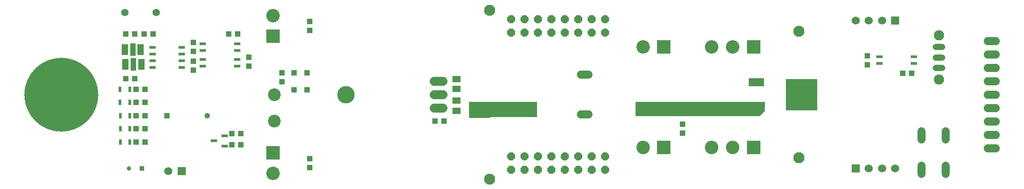
<source format=gbr>
G04 EAGLE Gerber RS-274X export*
G75*
%MOMM*%
%FSLAX34Y34*%
%LPD*%
%INSoldermask Top*%
%IPPOS*%
%AMOC8*
5,1,8,0,0,1.08239X$1,22.5*%
G01*
%ADD10C,2.100000*%
%ADD11C,14.000000*%
%ADD12C,1.676400*%
%ADD13C,3.302000*%
%ADD14R,1.524000X1.524000*%
%ADD15C,1.524000*%
%ADD16R,2.550000X2.550000*%
%ADD17C,2.550000*%
%ADD18R,1.500000X1.300000*%
%ADD19R,1.100000X1.000000*%
%ADD20R,0.600000X1.000000*%
%ADD21R,1.000000X1.100000*%
%ADD22R,1.311800X0.551800*%
%ADD23R,1.071800X1.061800*%
%ADD24R,1.200000X2.000000*%
%ADD25R,1.000000X2.400000*%
%ADD26C,2.400000*%
%ADD27C,1.200000*%
%ADD28C,1.950000*%
%ADD29R,3.000000X1.600000*%
%ADD30R,6.000000X6.000000*%
%ADD31R,1.260700X0.551800*%
%ADD32C,1.400000*%
%ADD33C,1.500000*%
%ADD34R,0.804800X0.804800*%
%ADD35C,0.804800*%
%ADD36C,1.050000*%
%ADD37R,1.050000X1.050000*%
%ADD38R,1.180100X0.609200*%
%ADD39P,1.649562X8X22.500000*%
%ADD40C,1.524000*%

G36*
X1280095Y139014D02*
X1280095Y139014D01*
X1280191Y139019D01*
X1280234Y139034D01*
X1280279Y139041D01*
X1280367Y139080D01*
X1280458Y139112D01*
X1280492Y139137D01*
X1280536Y139157D01*
X1280634Y139240D01*
X1280707Y139293D01*
X1290707Y149293D01*
X1290724Y149316D01*
X1290743Y149333D01*
X1290776Y149384D01*
X1290829Y149442D01*
X1290849Y149483D01*
X1290876Y149519D01*
X1290891Y149558D01*
X1290897Y149569D01*
X1290909Y149608D01*
X1290910Y149609D01*
X1290952Y149695D01*
X1290958Y149737D01*
X1290975Y149783D01*
X1290980Y149838D01*
X1290980Y149840D01*
X1290985Y149911D01*
X1290999Y150000D01*
X1290999Y165000D01*
X1290990Y165062D01*
X1290991Y165109D01*
X1290991Y165110D01*
X1290991Y165128D01*
X1290970Y165203D01*
X1290959Y165279D01*
X1290933Y165338D01*
X1290916Y165400D01*
X1290875Y165466D01*
X1290843Y165536D01*
X1290801Y165585D01*
X1290768Y165640D01*
X1290710Y165692D01*
X1290660Y165750D01*
X1290606Y165786D01*
X1290558Y165829D01*
X1290489Y165862D01*
X1290424Y165905D01*
X1290362Y165924D01*
X1290305Y165952D01*
X1290235Y165963D01*
X1290154Y165987D01*
X1290069Y165988D01*
X1290000Y165999D01*
X1047500Y165999D01*
X1047436Y165990D01*
X1047372Y165991D01*
X1047297Y165970D01*
X1047221Y165959D01*
X1047162Y165933D01*
X1047100Y165916D01*
X1047034Y165875D01*
X1046964Y165843D01*
X1046915Y165801D01*
X1046860Y165768D01*
X1046808Y165710D01*
X1046750Y165660D01*
X1046714Y165606D01*
X1046671Y165558D01*
X1046638Y165489D01*
X1046595Y165424D01*
X1046576Y165362D01*
X1046548Y165305D01*
X1046537Y165235D01*
X1046513Y165154D01*
X1046512Y165069D01*
X1046501Y165000D01*
X1046501Y140000D01*
X1046510Y139936D01*
X1046509Y139872D01*
X1046530Y139797D01*
X1046541Y139721D01*
X1046567Y139662D01*
X1046584Y139600D01*
X1046625Y139534D01*
X1046657Y139464D01*
X1046699Y139415D01*
X1046732Y139360D01*
X1046790Y139308D01*
X1046840Y139250D01*
X1046894Y139214D01*
X1046942Y139171D01*
X1047011Y139138D01*
X1047076Y139095D01*
X1047138Y139076D01*
X1047195Y139048D01*
X1047265Y139037D01*
X1047346Y139013D01*
X1047431Y139012D01*
X1047500Y139001D01*
X1280000Y139001D01*
X1280095Y139014D01*
G37*
G36*
X770095Y136014D02*
X770095Y136014D01*
X770191Y136019D01*
X770234Y136034D01*
X770279Y136041D01*
X770367Y136080D01*
X770458Y136112D01*
X770492Y136137D01*
X770536Y136157D01*
X770634Y136240D01*
X770707Y136293D01*
X771414Y137001D01*
X859000Y137001D01*
X859064Y137010D01*
X859128Y137009D01*
X859203Y137030D01*
X859279Y137041D01*
X859338Y137067D01*
X859400Y137084D01*
X859466Y137125D01*
X859536Y137157D01*
X859585Y137199D01*
X859640Y137232D01*
X859692Y137290D01*
X859750Y137340D01*
X859786Y137394D01*
X859829Y137442D01*
X859862Y137511D01*
X859905Y137576D01*
X859924Y137638D01*
X859952Y137695D01*
X859963Y137765D01*
X859987Y137846D01*
X859988Y137931D01*
X859999Y138000D01*
X859999Y165000D01*
X859990Y165062D01*
X859991Y165107D01*
X859991Y165108D01*
X859991Y165128D01*
X859970Y165203D01*
X859959Y165279D01*
X859933Y165338D01*
X859916Y165400D01*
X859875Y165466D01*
X859843Y165536D01*
X859801Y165585D01*
X859768Y165640D01*
X859710Y165692D01*
X859660Y165750D01*
X859606Y165786D01*
X859558Y165829D01*
X859489Y165862D01*
X859424Y165905D01*
X859362Y165924D01*
X859305Y165952D01*
X859235Y165963D01*
X859154Y165987D01*
X859069Y165988D01*
X859000Y165999D01*
X732000Y165999D01*
X731936Y165990D01*
X731872Y165991D01*
X731797Y165970D01*
X731721Y165959D01*
X731662Y165933D01*
X731600Y165916D01*
X731534Y165875D01*
X731464Y165843D01*
X731415Y165801D01*
X731360Y165768D01*
X731308Y165710D01*
X731250Y165660D01*
X731214Y165606D01*
X731171Y165558D01*
X731138Y165489D01*
X731095Y165424D01*
X731076Y165362D01*
X731048Y165305D01*
X731037Y165235D01*
X731013Y165154D01*
X731012Y165069D01*
X731001Y165000D01*
X731001Y137000D01*
X731010Y136936D01*
X731009Y136872D01*
X731030Y136797D01*
X731041Y136721D01*
X731067Y136662D01*
X731084Y136600D01*
X731125Y136534D01*
X731157Y136464D01*
X731199Y136415D01*
X731232Y136360D01*
X731290Y136308D01*
X731340Y136250D01*
X731394Y136214D01*
X731442Y136171D01*
X731511Y136138D01*
X731576Y136095D01*
X731638Y136076D01*
X731695Y136048D01*
X731765Y136037D01*
X731846Y136013D01*
X731931Y136012D01*
X732000Y136001D01*
X770000Y136001D01*
X770095Y136014D01*
G37*
D10*
X1355000Y300000D03*
X1355000Y60000D03*
D11*
X-40000Y180000D03*
D10*
X770000Y340000D03*
X770000Y20000D03*
D12*
X681882Y154600D02*
X665118Y154600D01*
X665118Y180000D02*
X681882Y180000D01*
X681882Y205400D02*
X665118Y205400D01*
D13*
X498240Y180000D03*
D14*
X1462500Y40000D03*
D15*
X1487500Y40000D03*
X1512500Y40000D03*
X1537500Y40000D03*
D14*
X1537500Y320000D03*
D15*
X1512500Y320000D03*
X1487500Y320000D03*
X1462500Y320000D03*
D16*
X1269600Y80000D03*
D17*
X1230000Y80000D03*
X1190400Y80000D03*
D16*
X1269600Y270000D03*
D17*
X1230000Y270000D03*
X1190400Y270000D03*
D18*
X707500Y149500D03*
X707500Y168500D03*
X707500Y209500D03*
X707500Y190500D03*
D19*
X683500Y130000D03*
X666500Y130000D03*
X210000Y243500D03*
X210000Y226500D03*
D20*
X89000Y140000D03*
X72000Y140000D03*
D21*
X101500Y140000D03*
X118500Y140000D03*
D22*
X292500Y233650D03*
X292500Y246350D03*
X227500Y246350D03*
X227500Y233650D03*
D23*
X425000Y221250D03*
X425000Y188750D03*
D19*
X315000Y250500D03*
X315000Y233500D03*
D23*
X400000Y221250D03*
X400000Y188750D03*
D19*
X81500Y210000D03*
X98500Y210000D03*
D24*
X111000Y237000D03*
D25*
X96000Y237000D03*
D24*
X81000Y237000D03*
D26*
X362500Y180000D03*
X362500Y130000D03*
D19*
X377500Y204000D03*
X377500Y221000D03*
D20*
X89000Y90000D03*
X72000Y90000D03*
D21*
X101500Y90000D03*
X118500Y90000D03*
D20*
X89000Y115000D03*
X72000Y115000D03*
D21*
X101500Y115000D03*
X118500Y115000D03*
D16*
X360000Y290200D03*
D17*
X360000Y329800D03*
D21*
X430000Y301500D03*
X430000Y318500D03*
D16*
X360000Y69800D03*
D17*
X360000Y30200D03*
D21*
X430000Y58500D03*
X430000Y41500D03*
D27*
X1614000Y230000D02*
X1626000Y230000D01*
X1626000Y250000D02*
X1614000Y250000D01*
X1614000Y270000D02*
X1626000Y270000D01*
D28*
X1620000Y208000D03*
X1620000Y292000D03*
D22*
X1572500Y238650D03*
X1572500Y251350D03*
X1507500Y251350D03*
X1507500Y238650D03*
D21*
X1568500Y220000D03*
X1551500Y220000D03*
D29*
X1275000Y203000D03*
X1275000Y157000D03*
D30*
X1360000Y180000D03*
D19*
X1485000Y253500D03*
X1485000Y236500D03*
D16*
X1099800Y80000D03*
D17*
X1060200Y80000D03*
D16*
X1099800Y270000D03*
D17*
X1060200Y270000D03*
D21*
X1135000Y123500D03*
X1135000Y106500D03*
D31*
X187756Y230950D03*
X187756Y243650D03*
X187756Y256350D03*
X187756Y269050D03*
X132244Y269050D03*
X132244Y256350D03*
X132244Y243650D03*
X132244Y230950D03*
D14*
X187500Y35000D03*
D15*
X162500Y35000D03*
D24*
X110000Y265000D03*
D25*
X95000Y265000D03*
D24*
X80000Y265000D03*
D22*
X292500Y263650D03*
X292500Y276350D03*
X227500Y276350D03*
X227500Y263650D03*
D19*
X210000Y278500D03*
X210000Y261500D03*
D21*
X293500Y295000D03*
X276500Y295000D03*
X98500Y295000D03*
X81500Y295000D03*
X133500Y295000D03*
X116500Y295000D03*
D32*
X139500Y335000D03*
X80500Y335000D03*
D33*
X942500Y142500D02*
X957500Y142500D01*
X957500Y217500D02*
X942500Y217500D01*
X1587500Y110000D02*
X1587500Y95000D01*
X1587500Y45000D02*
X1587500Y30000D01*
X1632500Y95000D02*
X1632500Y110000D01*
X1632500Y45000D02*
X1632500Y30000D01*
D34*
X112500Y40000D03*
D35*
X87500Y40000D03*
D21*
X101500Y190000D03*
X118500Y190000D03*
D20*
X89000Y190000D03*
X71000Y190000D03*
D21*
X101500Y165000D03*
X118500Y165000D03*
D20*
X89000Y165000D03*
X71000Y165000D03*
D36*
X236000Y140000D03*
D37*
X160000Y140000D03*
D38*
X269245Y82500D03*
X269245Y101500D03*
X248755Y92000D03*
D21*
X299500Y106000D03*
X282500Y106000D03*
X282500Y85000D03*
X299500Y85000D03*
D39*
X811100Y297300D03*
X811100Y322700D03*
X836500Y297300D03*
X836500Y322700D03*
X861900Y297300D03*
X861900Y322700D03*
X887300Y297300D03*
X887300Y322700D03*
X912700Y297300D03*
X912700Y322700D03*
X938100Y297300D03*
X938100Y322700D03*
X963500Y297300D03*
X963500Y322700D03*
X988900Y297300D03*
X988900Y322700D03*
X811100Y37300D03*
X811100Y62700D03*
X836500Y37300D03*
X836500Y62700D03*
X861900Y37300D03*
X861900Y62700D03*
X887300Y37300D03*
X887300Y62700D03*
X912700Y37300D03*
X912700Y62700D03*
X938100Y37300D03*
X938100Y62700D03*
X963500Y37300D03*
X963500Y62700D03*
X988900Y37300D03*
X988900Y62700D03*
D40*
X1712380Y281600D02*
X1727620Y281600D01*
X1727620Y256200D02*
X1712380Y256200D01*
X1712380Y230800D02*
X1727620Y230800D01*
X1727620Y205400D02*
X1712380Y205400D01*
X1712380Y180000D02*
X1727620Y180000D01*
X1727620Y154600D02*
X1712380Y154600D01*
X1712380Y129200D02*
X1727620Y129200D01*
X1727620Y103800D02*
X1712380Y103800D01*
X1712380Y78400D02*
X1727620Y78400D01*
M02*

</source>
